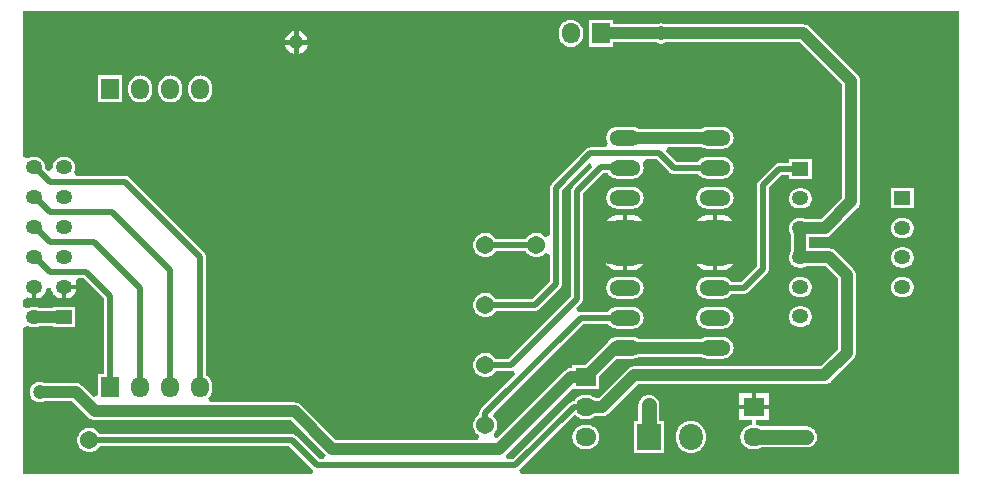
<source format=gbl>
G04*
G04 #@! TF.GenerationSoftware,Altium Limited,Altium Designer,22.11.1 (43)*
G04*
G04 Layer_Physical_Order=2*
G04 Layer_Color=16711680*
%FSLAX25Y25*%
%MOIN*%
G70*
G04*
G04 #@! TF.SameCoordinates,6D67B21A-DBE7-4323-B212-FBECE55DCE4B*
G04*
G04*
G04 #@! TF.FilePolarity,Positive*
G04*
G01*
G75*
%ADD35C,0.02000*%
%ADD36C,0.04000*%
%ADD38C,0.05000*%
%ADD39O,0.10400X0.05200*%
%ADD40O,0.05512X0.04724*%
%ADD41R,0.05512X0.04724*%
%ADD42C,0.04724*%
%ADD43O,0.07000X0.06000*%
%ADD44R,0.07000X0.06000*%
%ADD45O,0.07874X0.08661*%
%ADD46R,0.07874X0.08661*%
%ADD47O,0.06000X0.07000*%
%ADD48R,0.06000X0.07000*%
%ADD49C,0.06063*%
G36*
X28490Y60168D02*
Y35000D01*
X26500D01*
Y27877D01*
X25000Y27256D01*
X21128Y31128D01*
X20769Y31435D01*
X20366Y31681D01*
X19930Y31862D01*
X19471Y31972D01*
X19000Y32009D01*
X8512D01*
X8490Y32022D01*
X8083Y32191D01*
X7657Y32305D01*
X7220Y32362D01*
X6780D01*
X6343Y32305D01*
X5917Y32191D01*
X5510Y32022D01*
X5128Y31802D01*
X4778Y31533D01*
X4467Y31222D01*
X4198Y30872D01*
X3978Y30490D01*
X3809Y30083D01*
X3695Y29657D01*
X3638Y29220D01*
Y28780D01*
X3695Y28343D01*
X3809Y27917D01*
X3978Y27510D01*
X4198Y27128D01*
X4467Y26778D01*
X4778Y26467D01*
X5128Y26198D01*
X5510Y25978D01*
X5917Y25809D01*
X6343Y25695D01*
X6780Y25638D01*
X7220D01*
X7657Y25695D01*
X8083Y25809D01*
X8490Y25978D01*
X8512Y25991D01*
X17753D01*
X23372Y20372D01*
X23731Y20065D01*
X24134Y19819D01*
X24570Y19638D01*
X25029Y19528D01*
X25500Y19491D01*
X90754Y19491D01*
X102235Y8010D01*
X102166Y7478D01*
X101755Y6696D01*
X100272Y6570D01*
X92421Y14421D01*
X92116Y14671D01*
X91769Y14857D01*
X91392Y14971D01*
X91000Y15010D01*
X26995D01*
X26859Y15245D01*
X26537Y15664D01*
X26164Y16037D01*
X25745Y16359D01*
X25287Y16623D01*
X24799Y16826D01*
X24288Y16962D01*
X23764Y17031D01*
X23236D01*
X22712Y16962D01*
X22201Y16826D01*
X21713Y16623D01*
X21255Y16359D01*
X20836Y16037D01*
X20462Y15664D01*
X20141Y15245D01*
X19876Y14787D01*
X19674Y14299D01*
X19537Y13788D01*
X19468Y13264D01*
Y12736D01*
X19537Y12212D01*
X19674Y11701D01*
X19876Y11213D01*
X20141Y10755D01*
X20462Y10336D01*
X20836Y9962D01*
X21255Y9641D01*
X21713Y9376D01*
X22201Y9174D01*
X22712Y9037D01*
X23236Y8969D01*
X23764D01*
X24288Y9037D01*
X24799Y9174D01*
X25287Y9376D01*
X25745Y9641D01*
X26164Y9962D01*
X26537Y10336D01*
X26859Y10755D01*
X26995Y10990D01*
X90168D01*
X98079Y3079D01*
X98166Y3007D01*
X98063Y2231D01*
X97676Y1507D01*
X1507D01*
Y50251D01*
X1782Y50533D01*
X2553Y50905D01*
X3007Y51040D01*
X3317Y50887D01*
X3734Y50745D01*
X4166Y50659D01*
X4606Y50631D01*
X5394D01*
X5833Y50659D01*
X6266Y50745D01*
X6683Y50887D01*
X6893Y50991D01*
X11244D01*
Y50638D01*
X18756D01*
Y57362D01*
X11244D01*
Y57009D01*
X6893D01*
X6683Y57113D01*
X6266Y57255D01*
X5833Y57341D01*
X5394Y57369D01*
X4606D01*
X4166Y57341D01*
X3734Y57255D01*
X3317Y57113D01*
X3007Y56960D01*
X2553Y57095D01*
X1782Y57467D01*
X1507Y57749D01*
Y59622D01*
X2036Y60088D01*
X3007Y60482D01*
X3125Y60424D01*
X3604Y60261D01*
X4101Y60163D01*
X4250Y60153D01*
Y64000D01*
X5750D01*
Y60153D01*
X5899Y60163D01*
X6396Y60261D01*
X6875Y60424D01*
X7329Y60648D01*
X7750Y60929D01*
X8130Y61263D01*
X8464Y61644D01*
X8746Y62065D01*
X8970Y62519D01*
X9132Y62998D01*
X9231Y63495D01*
X9248Y63759D01*
X10752D01*
X10769Y63495D01*
X10868Y62998D01*
X11030Y62519D01*
X11254Y62065D01*
X11536Y61644D01*
X11869Y61263D01*
X12250Y60929D01*
X12671Y60648D01*
X13125Y60424D01*
X13604Y60261D01*
X14101Y60163D01*
X14250Y60153D01*
Y64000D01*
X15000D01*
Y64750D01*
X19182D01*
X19132Y65002D01*
X18970Y65481D01*
X18965Y65490D01*
X19490Y66650D01*
X19845Y66990D01*
X21668D01*
X28490Y60168D01*
D02*
G37*
G36*
X313493Y1507D02*
X167324D01*
X166937Y2231D01*
X166834Y3007D01*
X166921Y3079D01*
X185029Y21186D01*
X185666Y21166D01*
X186060Y20820D01*
X186496Y20528D01*
X186966Y20297D01*
X187462Y20128D01*
X187977Y20026D01*
X188500Y19991D01*
X189500D01*
X190023Y20026D01*
X190538Y20128D01*
X191034Y20297D01*
X191504Y20528D01*
X191940Y20820D01*
X192135Y20991D01*
X194500D01*
X194971Y21028D01*
X195430Y21138D01*
X195866Y21319D01*
X196269Y21565D01*
X196628Y21872D01*
X206246Y31491D01*
X268500D01*
X268971Y31528D01*
X269430Y31638D01*
X269866Y31819D01*
X270269Y32065D01*
X270628Y32372D01*
X278128Y39872D01*
X278435Y40231D01*
X278681Y40634D01*
X278862Y41070D01*
X278972Y41529D01*
X279009Y42000D01*
Y68000D01*
X278972Y68471D01*
X278862Y68930D01*
X278681Y69366D01*
X278435Y69769D01*
X278128Y70128D01*
X272299Y75957D01*
X271940Y76263D01*
X271537Y76510D01*
X271101Y76691D01*
X270642Y76801D01*
X270171Y76838D01*
X263509D01*
Y80662D01*
X268671D01*
X269142Y80699D01*
X269601Y80809D01*
X270037Y80990D01*
X270440Y81237D01*
X270799Y81543D01*
X279628Y90372D01*
X279935Y90731D01*
X280181Y91134D01*
X280362Y91570D01*
X280472Y92029D01*
X280509Y92500D01*
Y132500D01*
X280472Y132971D01*
X280362Y133430D01*
X280181Y133866D01*
X279935Y134269D01*
X279628Y134628D01*
X263628Y150628D01*
X263269Y150935D01*
X262866Y151181D01*
X262430Y151362D01*
X261971Y151472D01*
X261500Y151509D01*
X215512D01*
X215490Y151522D01*
X215083Y151691D01*
X214657Y151805D01*
X214220Y151862D01*
X213780D01*
X213343Y151805D01*
X212917Y151691D01*
X212510Y151522D01*
X212488Y151509D01*
X198000D01*
Y153000D01*
X190000D01*
Y144000D01*
X198000D01*
Y145491D01*
X212488D01*
X212510Y145478D01*
X212917Y145309D01*
X213343Y145195D01*
X213780Y145138D01*
X214220D01*
X214657Y145195D01*
X215083Y145309D01*
X215490Y145478D01*
X215512Y145491D01*
X260254D01*
X274491Y131254D01*
Y93747D01*
X267425Y86681D01*
X262393D01*
X262183Y86784D01*
X261766Y86926D01*
X261333Y87012D01*
X260894Y87041D01*
X260106D01*
X259666Y87012D01*
X259234Y86926D01*
X258817Y86784D01*
X258422Y86589D01*
X258055Y86344D01*
X257724Y86054D01*
X257433Y85722D01*
X257188Y85356D01*
X256993Y84961D01*
X256852Y84543D01*
X256766Y84111D01*
X256737Y83671D01*
X256766Y83232D01*
X256852Y82799D01*
X256993Y82382D01*
X257188Y81987D01*
X257433Y81620D01*
X257491Y81555D01*
Y75946D01*
X257433Y75880D01*
X257188Y75513D01*
X256993Y75118D01*
X256852Y74701D01*
X256766Y74269D01*
X256737Y73829D01*
X256766Y73389D01*
X256852Y72957D01*
X256993Y72539D01*
X257188Y72144D01*
X257433Y71778D01*
X257724Y71446D01*
X258055Y71156D01*
X258422Y70911D01*
X258817Y70716D01*
X259234Y70574D01*
X259666Y70488D01*
X260106Y70459D01*
X260894D01*
X261333Y70488D01*
X261766Y70574D01*
X262183Y70716D01*
X262393Y70819D01*
X268925D01*
X272991Y66754D01*
Y43246D01*
X267253Y37509D01*
X205000D01*
X204529Y37472D01*
X204070Y37362D01*
X203634Y37181D01*
X203231Y36935D01*
X202872Y36628D01*
X193254Y27009D01*
X192135D01*
X191940Y27180D01*
X191504Y27472D01*
X191034Y27703D01*
X190538Y27872D01*
X190023Y27974D01*
X189500Y28009D01*
X188500D01*
X187977Y27974D01*
X187462Y27872D01*
X186966Y27703D01*
X186496Y27472D01*
X186060Y27180D01*
X185666Y26834D01*
X185320Y26440D01*
X185032Y26010D01*
X185000D01*
X184608Y25971D01*
X184231Y25857D01*
X183884Y25671D01*
X183579Y25421D01*
X164668Y6510D01*
X162842D01*
X162334Y7478D01*
X162265Y8010D01*
X183368Y29112D01*
X184500Y30000D01*
Y30000D01*
X184500Y30000D01*
X193500D01*
Y34244D01*
X199398Y40142D01*
X199400Y40142D01*
X204600D01*
X205071Y40173D01*
X205534Y40265D01*
X205981Y40417D01*
X206404Y40626D01*
X206576Y40741D01*
X227424D01*
X227596Y40626D01*
X228019Y40417D01*
X228466Y40265D01*
X228929Y40173D01*
X229400Y40142D01*
X234600D01*
X235071Y40173D01*
X235534Y40265D01*
X235981Y40417D01*
X236404Y40626D01*
X236796Y40888D01*
X237151Y41199D01*
X237462Y41554D01*
X237724Y41946D01*
X237933Y42369D01*
X238085Y42816D01*
X238177Y43279D01*
X238208Y43750D01*
X238177Y44221D01*
X238085Y44684D01*
X237933Y45131D01*
X237724Y45554D01*
X237462Y45946D01*
X237151Y46301D01*
X236796Y46612D01*
X236404Y46874D01*
X235981Y47083D01*
X235534Y47235D01*
X235071Y47327D01*
X234600Y47358D01*
X229400D01*
X228929Y47327D01*
X228466Y47235D01*
X228019Y47083D01*
X227596Y46874D01*
X227424Y46759D01*
X206576D01*
X206404Y46874D01*
X205981Y47083D01*
X205534Y47235D01*
X205071Y47327D01*
X204600Y47358D01*
X199400D01*
X198929Y47327D01*
X198466Y47235D01*
X198019Y47083D01*
X197596Y46874D01*
X197204Y46612D01*
X196849Y46301D01*
X196538Y45946D01*
X196276Y45554D01*
X196254Y45509D01*
X188744Y38000D01*
X184500D01*
Y37009D01*
X184000D01*
X183529Y36972D01*
X183070Y36862D01*
X182634Y36681D01*
X182231Y36435D01*
X181872Y36128D01*
X159257Y13513D01*
X158818Y13574D01*
X158443Y14370D01*
X158354Y15152D01*
X158537Y15336D01*
X158859Y15755D01*
X159124Y16213D01*
X159326Y16701D01*
X159462Y17212D01*
X159531Y17736D01*
Y18264D01*
X159462Y18788D01*
X159326Y19299D01*
X159124Y19787D01*
X158859Y20245D01*
X158537Y20664D01*
X158164Y21037D01*
X158790Y22448D01*
X188082Y51740D01*
X196413D01*
X196538Y51554D01*
X196849Y51199D01*
X197204Y50888D01*
X197596Y50626D01*
X198019Y50417D01*
X198466Y50265D01*
X198929Y50173D01*
X199400Y50142D01*
X204600D01*
X205071Y50173D01*
X205534Y50265D01*
X205981Y50417D01*
X206404Y50626D01*
X206796Y50888D01*
X207151Y51199D01*
X207462Y51554D01*
X207724Y51946D01*
X207933Y52369D01*
X208085Y52816D01*
X208177Y53279D01*
X208208Y53750D01*
X208177Y54221D01*
X208085Y54684D01*
X207933Y55131D01*
X207724Y55554D01*
X207462Y55946D01*
X207151Y56301D01*
X206796Y56612D01*
X206404Y56874D01*
X205981Y57083D01*
X205534Y57235D01*
X205071Y57327D01*
X204600Y57358D01*
X199400D01*
X198929Y57327D01*
X198466Y57235D01*
X198019Y57083D01*
X197596Y56874D01*
X197204Y56612D01*
X196849Y56301D01*
X196538Y55946D01*
X196413Y55760D01*
X187250D01*
X186858Y55721D01*
X186481Y55607D01*
X185769Y56927D01*
X187421Y58579D01*
X187671Y58884D01*
X187857Y59231D01*
X187971Y59608D01*
X188010Y60000D01*
Y95168D01*
X194832Y101990D01*
X196254D01*
X196276Y101946D01*
X196538Y101554D01*
X196849Y101199D01*
X197204Y100888D01*
X197596Y100626D01*
X198019Y100417D01*
X198466Y100265D01*
X198929Y100173D01*
X199400Y100142D01*
X204600D01*
X205071Y100173D01*
X205534Y100265D01*
X205981Y100417D01*
X206404Y100626D01*
X206796Y100888D01*
X207151Y101199D01*
X207462Y101554D01*
X207724Y101946D01*
X207933Y102369D01*
X208085Y102816D01*
X208177Y103279D01*
X208208Y103750D01*
X208177Y104221D01*
X208085Y104684D01*
X207981Y104990D01*
X208083Y105377D01*
X208624Y106269D01*
X208903Y106490D01*
X212668D01*
X216829Y102329D01*
X217133Y102079D01*
X217481Y101893D01*
X217858Y101779D01*
X218250Y101740D01*
X226413D01*
X226538Y101554D01*
X226849Y101199D01*
X227204Y100888D01*
X227596Y100626D01*
X228019Y100417D01*
X228466Y100265D01*
X228929Y100173D01*
X229400Y100142D01*
X234600D01*
X235071Y100173D01*
X235534Y100265D01*
X235981Y100417D01*
X236404Y100626D01*
X236796Y100888D01*
X237151Y101199D01*
X237462Y101554D01*
X237724Y101946D01*
X237933Y102369D01*
X238085Y102816D01*
X238177Y103279D01*
X238208Y103750D01*
X238177Y104221D01*
X238085Y104684D01*
X237933Y105131D01*
X237724Y105554D01*
X237462Y105946D01*
X237151Y106301D01*
X236796Y106612D01*
X236404Y106874D01*
X235981Y107083D01*
X235534Y107235D01*
X235071Y107327D01*
X234600Y107358D01*
X229400D01*
X228929Y107327D01*
X228466Y107235D01*
X228019Y107083D01*
X227596Y106874D01*
X227204Y106612D01*
X226849Y106301D01*
X226538Y105946D01*
X226413Y105760D01*
X219082D01*
X215601Y109241D01*
X216223Y110741D01*
X227424D01*
X227596Y110626D01*
X228019Y110417D01*
X228466Y110265D01*
X228929Y110173D01*
X229400Y110142D01*
X234600D01*
X235071Y110173D01*
X235534Y110265D01*
X235981Y110417D01*
X236404Y110626D01*
X236796Y110888D01*
X237151Y111199D01*
X237462Y111554D01*
X237724Y111946D01*
X237933Y112369D01*
X238085Y112816D01*
X238177Y113279D01*
X238208Y113750D01*
X238177Y114221D01*
X238085Y114684D01*
X237933Y115131D01*
X237724Y115554D01*
X237462Y115946D01*
X237151Y116301D01*
X236796Y116612D01*
X236404Y116874D01*
X235981Y117083D01*
X235534Y117235D01*
X235071Y117327D01*
X234600Y117358D01*
X229400D01*
X228929Y117327D01*
X228466Y117235D01*
X228019Y117083D01*
X227596Y116874D01*
X227424Y116759D01*
X206576D01*
X206404Y116874D01*
X205981Y117083D01*
X205534Y117235D01*
X205071Y117327D01*
X204600Y117358D01*
X199400D01*
X198929Y117327D01*
X198466Y117235D01*
X198019Y117083D01*
X197596Y116874D01*
X197204Y116612D01*
X196849Y116301D01*
X196538Y115946D01*
X196276Y115554D01*
X196067Y115131D01*
X195915Y114684D01*
X195823Y114221D01*
X195792Y113750D01*
X195823Y113279D01*
X195915Y112816D01*
X196067Y112369D01*
X196276Y111946D01*
X195727Y110770D01*
X195458Y110510D01*
X190500D01*
X190500Y110510D01*
X190108Y110471D01*
X189731Y110357D01*
X189383Y110171D01*
X189079Y109921D01*
X177579Y98421D01*
X177329Y98116D01*
X177143Y97769D01*
X177029Y97392D01*
X176990Y97000D01*
Y81235D01*
X175679Y80720D01*
X175490Y80711D01*
X175164Y81037D01*
X174745Y81359D01*
X174287Y81624D01*
X173799Y81826D01*
X173288Y81963D01*
X172764Y82032D01*
X172236D01*
X171712Y81963D01*
X171201Y81826D01*
X170713Y81624D01*
X170255Y81359D01*
X169836Y81037D01*
X169463Y80664D01*
X169141Y80245D01*
X169005Y80010D01*
X158995D01*
X158859Y80245D01*
X158537Y80664D01*
X158164Y81037D01*
X157745Y81359D01*
X157287Y81624D01*
X156799Y81826D01*
X156288Y81963D01*
X155764Y82032D01*
X155236D01*
X154712Y81963D01*
X154201Y81826D01*
X153713Y81624D01*
X153255Y81359D01*
X152836Y81037D01*
X152462Y80664D01*
X152141Y80245D01*
X151876Y79787D01*
X151674Y79299D01*
X151538Y78788D01*
X151469Y78264D01*
Y77736D01*
X151538Y77212D01*
X151674Y76701D01*
X151876Y76213D01*
X152141Y75755D01*
X152462Y75336D01*
X152836Y74963D01*
X153255Y74641D01*
X153713Y74376D01*
X154201Y74174D01*
X154712Y74037D01*
X155236Y73968D01*
X155764D01*
X156288Y74037D01*
X156799Y74174D01*
X157287Y74376D01*
X157745Y74641D01*
X158164Y74963D01*
X158537Y75336D01*
X158859Y75755D01*
X158995Y75990D01*
X169005D01*
X169141Y75755D01*
X169463Y75336D01*
X169836Y74963D01*
X170255Y74641D01*
X170713Y74376D01*
X171201Y74174D01*
X171712Y74037D01*
X172236Y73968D01*
X172764D01*
X173288Y74037D01*
X173799Y74174D01*
X174287Y74376D01*
X174745Y74641D01*
X175164Y74963D01*
X175490Y75289D01*
X175679Y75280D01*
X176990Y74765D01*
Y65832D01*
X171168Y60010D01*
X158995D01*
X158859Y60245D01*
X158537Y60664D01*
X158164Y61037D01*
X157745Y61359D01*
X157287Y61624D01*
X156799Y61826D01*
X156288Y61962D01*
X155764Y62032D01*
X155236D01*
X154712Y61962D01*
X154201Y61826D01*
X153713Y61624D01*
X153255Y61359D01*
X152836Y61037D01*
X152462Y60664D01*
X152141Y60245D01*
X151876Y59787D01*
X151674Y59299D01*
X151538Y58788D01*
X151469Y58264D01*
Y57736D01*
X151538Y57212D01*
X151674Y56701D01*
X151876Y56213D01*
X152141Y55755D01*
X152462Y55336D01*
X152836Y54962D01*
X153255Y54641D01*
X153713Y54377D01*
X154201Y54174D01*
X154712Y54037D01*
X155236Y53969D01*
X155764D01*
X156288Y54037D01*
X156799Y54174D01*
X157287Y54377D01*
X157745Y54641D01*
X158164Y54962D01*
X158537Y55336D01*
X158859Y55755D01*
X158995Y55990D01*
X172000D01*
X172392Y56029D01*
X172769Y56143D01*
X173117Y56329D01*
X173421Y56579D01*
X180421Y63579D01*
X180421Y63579D01*
X180671Y63884D01*
X180857Y64231D01*
X180971Y64608D01*
X181010Y65000D01*
Y96168D01*
X190328Y105486D01*
X190490Y105453D01*
X190981Y103823D01*
X184579Y97421D01*
X184329Y97117D01*
X184143Y96769D01*
X184029Y96392D01*
X183990Y96000D01*
Y60832D01*
X163168Y40010D01*
X158995D01*
X158859Y40245D01*
X158537Y40664D01*
X158164Y41037D01*
X157745Y41359D01*
X157287Y41623D01*
X156799Y41826D01*
X156288Y41963D01*
X155764Y42031D01*
X155236D01*
X154712Y41963D01*
X154201Y41826D01*
X153713Y41623D01*
X153255Y41359D01*
X152836Y41037D01*
X152462Y40664D01*
X152141Y40245D01*
X151876Y39787D01*
X151674Y39299D01*
X151538Y38788D01*
X151469Y38264D01*
Y37736D01*
X151538Y37212D01*
X151674Y36701D01*
X151876Y36213D01*
X152141Y35755D01*
X152462Y35336D01*
X152836Y34962D01*
X153255Y34641D01*
X153713Y34376D01*
X154201Y34174D01*
X154712Y34038D01*
X155236Y33968D01*
X155764D01*
X156288Y34038D01*
X156799Y34174D01*
X157287Y34376D01*
X157745Y34641D01*
X158164Y34962D01*
X158537Y35336D01*
X158859Y35755D01*
X158995Y35990D01*
X164000D01*
X164392Y36029D01*
X164769Y36143D01*
X165481Y34823D01*
X154079Y23421D01*
X153829Y23117D01*
X153643Y22769D01*
X153529Y22392D01*
X153490Y22000D01*
Y21495D01*
X153255Y21359D01*
X152836Y21037D01*
X152462Y20664D01*
X152141Y20245D01*
X151876Y19787D01*
X151674Y19299D01*
X151538Y18788D01*
X151469Y18264D01*
Y17736D01*
X151538Y17212D01*
X151674Y16701D01*
X151876Y16213D01*
X152141Y15755D01*
X152462Y15336D01*
X152836Y14963D01*
X153255Y14641D01*
X153483Y14509D01*
X153482Y13844D01*
X153121Y13009D01*
X105746D01*
X94128Y24628D01*
X93769Y24935D01*
X93366Y25181D01*
X92930Y25362D01*
X92471Y25472D01*
X92000Y25509D01*
X63679D01*
X63280Y26216D01*
X63156Y27009D01*
X63335Y27165D01*
X63680Y27560D01*
X63972Y27996D01*
X64203Y28466D01*
X64372Y28962D01*
X64474Y29477D01*
X64509Y30000D01*
Y31000D01*
X64474Y31523D01*
X64372Y32037D01*
X64203Y32534D01*
X63972Y33004D01*
X63680Y33440D01*
X63335Y33834D01*
X62940Y34180D01*
X62510Y34468D01*
Y74000D01*
X62471Y74392D01*
X62357Y74769D01*
X62171Y75116D01*
X61921Y75421D01*
X61921Y75421D01*
X36921Y100421D01*
X36617Y100671D01*
X36269Y100857D01*
X35892Y100971D01*
X35500Y101010D01*
X19211D01*
X19093Y101107D01*
X18661Y101775D01*
X18408Y102510D01*
X18507Y102711D01*
X18648Y103128D01*
X18734Y103560D01*
X18763Y104000D01*
X18734Y104440D01*
X18648Y104872D01*
X18507Y105289D01*
X18312Y105685D01*
X18067Y106051D01*
X17776Y106383D01*
X17445Y106673D01*
X17078Y106918D01*
X16683Y107113D01*
X16266Y107255D01*
X15834Y107341D01*
X15394Y107369D01*
X14606D01*
X14166Y107341D01*
X13734Y107255D01*
X13317Y107113D01*
X12922Y106918D01*
X12555Y106673D01*
X12224Y106383D01*
X11933Y106051D01*
X11688Y105685D01*
X11493Y105289D01*
X11352Y104872D01*
X11266Y104440D01*
X11237Y104000D01*
X11266Y103560D01*
X10093Y102625D01*
X9957Y102570D01*
X9734Y102527D01*
X8729Y103536D01*
X8734Y103560D01*
X8763Y104000D01*
X8734Y104440D01*
X8648Y104872D01*
X8507Y105289D01*
X8312Y105685D01*
X8067Y106051D01*
X7776Y106383D01*
X7445Y106673D01*
X7078Y106918D01*
X6683Y107113D01*
X6266Y107255D01*
X5833Y107341D01*
X5394Y107369D01*
X4606D01*
X4166Y107341D01*
X3734Y107255D01*
X3317Y107113D01*
X3007Y106960D01*
X2553Y107096D01*
X1782Y107467D01*
X1507Y107749D01*
Y155993D01*
X313493D01*
Y1507D01*
D02*
G37*
%LPC*%
G36*
X19182Y63250D02*
X15750D01*
Y60153D01*
X15899Y60163D01*
X16396Y60261D01*
X16875Y60424D01*
X17329Y60648D01*
X17750Y60929D01*
X18131Y61263D01*
X18464Y61644D01*
X18746Y62065D01*
X18970Y62519D01*
X19132Y62998D01*
X19182Y63250D01*
D02*
G37*
G36*
X93250Y149297D02*
Y146250D01*
X96297D01*
X96296Y146255D01*
X96165Y146744D01*
X95971Y147212D01*
X95718Y147650D01*
X95410Y148052D01*
X95052Y148410D01*
X94650Y148718D01*
X94212Y148971D01*
X93744Y149165D01*
X93255Y149296D01*
X93250Y149297D01*
D02*
G37*
G36*
X91750D02*
X91745Y149296D01*
X91256Y149165D01*
X90788Y148971D01*
X90350Y148718D01*
X89948Y148410D01*
X89590Y148052D01*
X89282Y147650D01*
X89029Y147212D01*
X88835Y146744D01*
X88704Y146255D01*
X88703Y146250D01*
X91750D01*
Y149297D01*
D02*
G37*
G36*
X184000Y153009D02*
X183477Y152974D01*
X182963Y152872D01*
X182466Y152703D01*
X181996Y152471D01*
X181560Y152180D01*
X181166Y151834D01*
X180820Y151440D01*
X180528Y151004D01*
X180297Y150534D01*
X180128Y150038D01*
X180026Y149523D01*
X179991Y149000D01*
Y148000D01*
X180026Y147477D01*
X180128Y146962D01*
X180297Y146466D01*
X180528Y145996D01*
X180820Y145560D01*
X181166Y145166D01*
X181560Y144820D01*
X181996Y144528D01*
X182466Y144297D01*
X182963Y144128D01*
X183477Y144026D01*
X184000Y143991D01*
X184523Y144026D01*
X185038Y144128D01*
X185534Y144297D01*
X186004Y144528D01*
X186440Y144820D01*
X186835Y145166D01*
X187180Y145560D01*
X187471Y145996D01*
X187703Y146466D01*
X187872Y146962D01*
X187974Y147477D01*
X188009Y148000D01*
Y149000D01*
X187974Y149523D01*
X187872Y150038D01*
X187703Y150534D01*
X187471Y151004D01*
X187180Y151440D01*
X186835Y151834D01*
X186440Y152180D01*
X186004Y152471D01*
X185534Y152703D01*
X185038Y152872D01*
X184523Y152974D01*
X184000Y153009D01*
D02*
G37*
G36*
X96297Y144750D02*
X93250D01*
Y141703D01*
X93255Y141704D01*
X93744Y141835D01*
X94212Y142029D01*
X94650Y142282D01*
X95052Y142590D01*
X95410Y142948D01*
X95718Y143350D01*
X95971Y143788D01*
X96165Y144256D01*
X96296Y144745D01*
X96297Y144750D01*
D02*
G37*
G36*
X91750D02*
X88703D01*
X88704Y144745D01*
X88835Y144256D01*
X89029Y143788D01*
X89282Y143350D01*
X89590Y142948D01*
X89948Y142590D01*
X90350Y142282D01*
X90788Y142029D01*
X91256Y141835D01*
X91745Y141704D01*
X91750Y141703D01*
Y144750D01*
D02*
G37*
G36*
X34500Y134500D02*
X26500D01*
Y125500D01*
X34500D01*
Y134500D01*
D02*
G37*
G36*
X60500Y134509D02*
X59977Y134474D01*
X59462Y134372D01*
X58966Y134203D01*
X58496Y133972D01*
X58060Y133680D01*
X57665Y133335D01*
X57320Y132940D01*
X57029Y132504D01*
X56797Y132034D01*
X56628Y131537D01*
X56526Y131023D01*
X56491Y130500D01*
Y129500D01*
X56526Y128977D01*
X56628Y128463D01*
X56797Y127966D01*
X57029Y127496D01*
X57320Y127060D01*
X57665Y126665D01*
X58060Y126320D01*
X58496Y126029D01*
X58966Y125797D01*
X59462Y125628D01*
X59977Y125526D01*
X60500Y125491D01*
X61023Y125526D01*
X61537Y125628D01*
X62034Y125797D01*
X62504Y126029D01*
X62940Y126320D01*
X63335Y126665D01*
X63680Y127060D01*
X63972Y127496D01*
X64203Y127966D01*
X64372Y128463D01*
X64474Y128977D01*
X64509Y129500D01*
Y130500D01*
X64474Y131023D01*
X64372Y131537D01*
X64203Y132034D01*
X63972Y132504D01*
X63680Y132940D01*
X63335Y133335D01*
X62940Y133680D01*
X62504Y133972D01*
X62034Y134203D01*
X61537Y134372D01*
X61023Y134474D01*
X60500Y134509D01*
D02*
G37*
G36*
X50500D02*
X49977Y134474D01*
X49463Y134372D01*
X48966Y134203D01*
X48496Y133972D01*
X48060Y133680D01*
X47666Y133335D01*
X47320Y132940D01*
X47028Y132504D01*
X46797Y132034D01*
X46628Y131537D01*
X46526Y131023D01*
X46491Y130500D01*
Y129500D01*
X46526Y128977D01*
X46628Y128463D01*
X46797Y127966D01*
X47028Y127496D01*
X47320Y127060D01*
X47666Y126665D01*
X48060Y126320D01*
X48496Y126029D01*
X48966Y125797D01*
X49463Y125628D01*
X49977Y125526D01*
X50500Y125491D01*
X51023Y125526D01*
X51538Y125628D01*
X52034Y125797D01*
X52504Y126029D01*
X52940Y126320D01*
X53334Y126665D01*
X53680Y127060D01*
X53971Y127496D01*
X54203Y127966D01*
X54372Y128463D01*
X54474Y128977D01*
X54509Y129500D01*
Y130500D01*
X54474Y131023D01*
X54372Y131537D01*
X54203Y132034D01*
X53971Y132504D01*
X53680Y132940D01*
X53334Y133335D01*
X52940Y133680D01*
X52504Y133972D01*
X52034Y134203D01*
X51538Y134372D01*
X51023Y134474D01*
X50500Y134509D01*
D02*
G37*
G36*
X40500D02*
X39977Y134474D01*
X39463Y134372D01*
X38966Y134203D01*
X38496Y133972D01*
X38060Y133680D01*
X37666Y133335D01*
X37320Y132940D01*
X37029Y132504D01*
X36797Y132034D01*
X36628Y131537D01*
X36526Y131023D01*
X36491Y130500D01*
Y129500D01*
X36526Y128977D01*
X36628Y128463D01*
X36797Y127966D01*
X37029Y127496D01*
X37320Y127060D01*
X37666Y126665D01*
X38060Y126320D01*
X38496Y126029D01*
X38966Y125797D01*
X39463Y125628D01*
X39977Y125526D01*
X40500Y125491D01*
X41023Y125526D01*
X41537Y125628D01*
X42034Y125797D01*
X42504Y126029D01*
X42940Y126320D01*
X43334Y126665D01*
X43680Y127060D01*
X43971Y127496D01*
X44203Y127966D01*
X44372Y128463D01*
X44474Y128977D01*
X44509Y129500D01*
Y130500D01*
X44474Y131023D01*
X44372Y131537D01*
X44203Y132034D01*
X43971Y132504D01*
X43680Y132940D01*
X43334Y133335D01*
X42940Y133680D01*
X42504Y133972D01*
X42034Y134203D01*
X41537Y134372D01*
X41023Y134474D01*
X40500Y134509D01*
D02*
G37*
G36*
X264256Y106719D02*
X256744D01*
Y105366D01*
X253356D01*
X252964Y105327D01*
X252587Y105213D01*
X252240Y105027D01*
X251935Y104777D01*
X246579Y99421D01*
X246329Y99116D01*
X246143Y98769D01*
X246029Y98392D01*
X245990Y98000D01*
Y70832D01*
X240918Y65760D01*
X237587D01*
X237462Y65946D01*
X237151Y66301D01*
X236796Y66612D01*
X236404Y66874D01*
X235981Y67083D01*
X235534Y67235D01*
X235071Y67327D01*
X234600Y67358D01*
X229400D01*
X228929Y67327D01*
X228466Y67235D01*
X228019Y67083D01*
X227596Y66874D01*
X227204Y66612D01*
X226849Y66301D01*
X226538Y65946D01*
X226276Y65554D01*
X226067Y65131D01*
X225915Y64684D01*
X225823Y64221D01*
X225792Y63750D01*
X225823Y63279D01*
X225915Y62816D01*
X226067Y62369D01*
X226276Y61946D01*
X226538Y61554D01*
X226849Y61199D01*
X227204Y60888D01*
X227596Y60626D01*
X228019Y60417D01*
X228466Y60265D01*
X228929Y60173D01*
X229400Y60142D01*
X234600D01*
X235071Y60173D01*
X235534Y60265D01*
X235981Y60417D01*
X236404Y60626D01*
X236796Y60888D01*
X237151Y61199D01*
X237462Y61554D01*
X237587Y61740D01*
X241750D01*
X242142Y61779D01*
X242519Y61893D01*
X242866Y62079D01*
X243171Y62329D01*
X249421Y68579D01*
X249421Y68579D01*
X249671Y68884D01*
X249857Y69231D01*
X249971Y69608D01*
X250010Y70000D01*
Y97168D01*
X254189Y101347D01*
X256744D01*
Y99994D01*
X264256D01*
Y106719D01*
D02*
G37*
G36*
X298256Y96876D02*
X290744D01*
Y90152D01*
X298256D01*
Y96876D01*
D02*
G37*
G36*
X260894Y96883D02*
X260106D01*
X259666Y96854D01*
X259234Y96768D01*
X258817Y96627D01*
X258422Y96432D01*
X258055Y96187D01*
X257724Y95896D01*
X257433Y95565D01*
X257188Y95199D01*
X256993Y94803D01*
X256852Y94386D01*
X256766Y93954D01*
X256737Y93514D01*
X256766Y93074D01*
X256852Y92642D01*
X256993Y92224D01*
X257188Y91829D01*
X257433Y91463D01*
X257724Y91131D01*
X258055Y90841D01*
X258422Y90596D01*
X258817Y90401D01*
X259234Y90259D01*
X259666Y90173D01*
X260106Y90144D01*
X260894D01*
X261333Y90173D01*
X261766Y90259D01*
X262183Y90401D01*
X262578Y90596D01*
X262945Y90841D01*
X263276Y91131D01*
X263567Y91463D01*
X263812Y91829D01*
X264007Y92224D01*
X264148Y92642D01*
X264234Y93074D01*
X264263Y93514D01*
X264234Y93954D01*
X264148Y94386D01*
X264007Y94803D01*
X263812Y95199D01*
X263567Y95565D01*
X263276Y95896D01*
X262945Y96187D01*
X262578Y96432D01*
X262183Y96627D01*
X261766Y96768D01*
X261333Y96854D01*
X260894Y96883D01*
D02*
G37*
G36*
X234600Y97358D02*
X229400D01*
X228929Y97327D01*
X228466Y97235D01*
X228019Y97083D01*
X227596Y96874D01*
X227204Y96612D01*
X226849Y96301D01*
X226538Y95946D01*
X226276Y95554D01*
X226067Y95131D01*
X225915Y94684D01*
X225823Y94221D01*
X225792Y93750D01*
X225823Y93279D01*
X225915Y92816D01*
X226067Y92369D01*
X226276Y91946D01*
X226538Y91554D01*
X226849Y91199D01*
X227204Y90888D01*
X227596Y90626D01*
X228019Y90417D01*
X228466Y90265D01*
X228929Y90173D01*
X229400Y90142D01*
X234600D01*
X235071Y90173D01*
X235534Y90265D01*
X235981Y90417D01*
X236404Y90626D01*
X236796Y90888D01*
X237151Y91199D01*
X237462Y91554D01*
X237724Y91946D01*
X237933Y92369D01*
X238085Y92816D01*
X238177Y93279D01*
X238208Y93750D01*
X238177Y94221D01*
X238085Y94684D01*
X237933Y95131D01*
X237724Y95554D01*
X237462Y95946D01*
X237151Y96301D01*
X236796Y96612D01*
X236404Y96874D01*
X235981Y97083D01*
X235534Y97235D01*
X235071Y97327D01*
X234600Y97358D01*
D02*
G37*
G36*
X204600D02*
X199400D01*
X198929Y97327D01*
X198466Y97235D01*
X198019Y97083D01*
X197596Y96874D01*
X197204Y96612D01*
X196849Y96301D01*
X196538Y95946D01*
X196276Y95554D01*
X196067Y95131D01*
X195915Y94684D01*
X195823Y94221D01*
X195792Y93750D01*
X195823Y93279D01*
X195915Y92816D01*
X196067Y92369D01*
X196276Y91946D01*
X196538Y91554D01*
X196849Y91199D01*
X197204Y90888D01*
X197596Y90626D01*
X198019Y90417D01*
X198466Y90265D01*
X198929Y90173D01*
X199400Y90142D01*
X204600D01*
X205071Y90173D01*
X205534Y90265D01*
X205981Y90417D01*
X206404Y90626D01*
X206796Y90888D01*
X207151Y91199D01*
X207462Y91554D01*
X207724Y91946D01*
X207933Y92369D01*
X208085Y92816D01*
X208177Y93279D01*
X208208Y93750D01*
X208177Y94221D01*
X208085Y94684D01*
X207933Y95131D01*
X207724Y95554D01*
X207462Y95946D01*
X207151Y96301D01*
X206796Y96612D01*
X206404Y96874D01*
X205981Y97083D01*
X205534Y97235D01*
X205071Y97327D01*
X204600Y97358D01*
D02*
G37*
G36*
X231250Y87859D02*
X229400D01*
X228864Y87824D01*
X228337Y87719D01*
X227828Y87546D01*
X227346Y87308D01*
X226899Y87010D01*
X226495Y86655D01*
X226140Y86251D01*
X225972Y86000D01*
X231250D01*
Y87859D01*
D02*
G37*
G36*
X204600D02*
X202750D01*
Y86000D01*
X208028D01*
X207860Y86251D01*
X207505Y86655D01*
X207101Y87010D01*
X206654Y87308D01*
X206172Y87546D01*
X205663Y87719D01*
X205136Y87824D01*
X204600Y87859D01*
D02*
G37*
G36*
X201250D02*
X199400D01*
X198864Y87824D01*
X198337Y87719D01*
X197828Y87546D01*
X197346Y87308D01*
X196899Y87010D01*
X196495Y86655D01*
X196140Y86251D01*
X195917Y85917D01*
X196000Y86000D01*
X201250D01*
Y87859D01*
D02*
G37*
G36*
X234600D02*
X232750D01*
Y86000D01*
X238000D01*
X238083Y85917D01*
X237860Y86251D01*
X237505Y86655D01*
X237101Y87010D01*
X236654Y87308D01*
X236172Y87546D01*
X235663Y87719D01*
X235136Y87824D01*
X234600Y87859D01*
D02*
G37*
G36*
X294894Y87041D02*
X294106D01*
X293667Y87012D01*
X293234Y86926D01*
X292817Y86784D01*
X292422Y86589D01*
X292055Y86344D01*
X291724Y86054D01*
X291433Y85722D01*
X291188Y85356D01*
X290993Y84961D01*
X290852Y84543D01*
X290766Y84111D01*
X290737Y83671D01*
X290766Y83232D01*
X290852Y82799D01*
X290993Y82382D01*
X291188Y81987D01*
X291433Y81620D01*
X291724Y81289D01*
X292055Y80998D01*
X292422Y80753D01*
X292817Y80558D01*
X293234Y80417D01*
X293667Y80331D01*
X294106Y80302D01*
X294894D01*
X295334Y80331D01*
X295766Y80417D01*
X296183Y80558D01*
X296578Y80753D01*
X296945Y80998D01*
X297276Y81289D01*
X297567Y81620D01*
X297812Y81987D01*
X298007Y82382D01*
X298148Y82799D01*
X298234Y83232D01*
X298263Y83671D01*
X298234Y84111D01*
X298148Y84543D01*
X298007Y84961D01*
X297812Y85356D01*
X297567Y85722D01*
X297276Y86054D01*
X296945Y86344D01*
X296578Y86589D01*
X296183Y86784D01*
X295766Y86926D01*
X295334Y87012D01*
X294894Y87041D01*
D02*
G37*
G36*
Y77198D02*
X294106D01*
X293667Y77169D01*
X293234Y77083D01*
X292817Y76942D01*
X292422Y76747D01*
X292055Y76502D01*
X291724Y76211D01*
X291433Y75880D01*
X291188Y75513D01*
X290993Y75118D01*
X290852Y74701D01*
X290766Y74269D01*
X290737Y73829D01*
X290766Y73389D01*
X290852Y72957D01*
X290993Y72539D01*
X291188Y72144D01*
X291433Y71778D01*
X291724Y71446D01*
X292055Y71156D01*
X292422Y70911D01*
X292817Y70716D01*
X293234Y70574D01*
X293667Y70488D01*
X294106Y70459D01*
X294894D01*
X295334Y70488D01*
X295766Y70574D01*
X296183Y70716D01*
X296578Y70911D01*
X296945Y71156D01*
X297276Y71446D01*
X297567Y71778D01*
X297812Y72144D01*
X298007Y72539D01*
X298148Y72957D01*
X298234Y73389D01*
X298263Y73829D01*
X298234Y74269D01*
X298148Y74701D01*
X298007Y75118D01*
X297812Y75513D01*
X297567Y75880D01*
X297276Y76211D01*
X296945Y76502D01*
X296578Y76747D01*
X296183Y76942D01*
X295766Y77083D01*
X295334Y77169D01*
X294894Y77198D01*
D02*
G37*
G36*
X238028Y71500D02*
X232750D01*
Y69641D01*
X234600D01*
X235136Y69676D01*
X235663Y69781D01*
X236172Y69954D01*
X236654Y70192D01*
X237101Y70490D01*
X237505Y70845D01*
X237860Y71249D01*
X238028Y71500D01*
D02*
G37*
G36*
X231250D02*
X225972D01*
X226140Y71249D01*
X226495Y70845D01*
X226899Y70490D01*
X227346Y70192D01*
X227828Y69954D01*
X228337Y69781D01*
X228864Y69676D01*
X229400Y69641D01*
X231250D01*
Y71500D01*
D02*
G37*
G36*
X208028D02*
X202750D01*
Y69641D01*
X204600D01*
X205136Y69676D01*
X205663Y69781D01*
X206172Y69954D01*
X206654Y70192D01*
X207101Y70490D01*
X207505Y70845D01*
X207860Y71249D01*
X208028Y71500D01*
D02*
G37*
G36*
X195492Y72508D02*
X195604Y72178D01*
X195842Y71696D01*
X196140Y71249D01*
X196495Y70845D01*
X196899Y70490D01*
X197346Y70192D01*
X197828Y69954D01*
X198337Y69781D01*
X198864Y69676D01*
X199400Y69641D01*
X201250D01*
Y71500D01*
X196500D01*
X195492Y72508D01*
D02*
G37*
G36*
X294894Y67356D02*
X294106D01*
X293667Y67327D01*
X293234Y67241D01*
X292817Y67099D01*
X292422Y66904D01*
X292055Y66659D01*
X291724Y66369D01*
X291433Y66037D01*
X291188Y65671D01*
X290993Y65276D01*
X290852Y64858D01*
X290766Y64426D01*
X290737Y63986D01*
X290766Y63546D01*
X290852Y63114D01*
X290993Y62697D01*
X291188Y62301D01*
X291433Y61935D01*
X291724Y61604D01*
X292055Y61313D01*
X292422Y61068D01*
X292817Y60873D01*
X293234Y60732D01*
X293667Y60646D01*
X294106Y60617D01*
X294894D01*
X295334Y60646D01*
X295766Y60732D01*
X296183Y60873D01*
X296578Y61068D01*
X296945Y61313D01*
X297276Y61604D01*
X297567Y61935D01*
X297812Y62301D01*
X298007Y62697D01*
X298148Y63114D01*
X298234Y63546D01*
X298263Y63986D01*
X298234Y64426D01*
X298148Y64858D01*
X298007Y65276D01*
X297812Y65671D01*
X297567Y66037D01*
X297276Y66369D01*
X296945Y66659D01*
X296578Y66904D01*
X296183Y67099D01*
X295766Y67241D01*
X295334Y67327D01*
X294894Y67356D01*
D02*
G37*
G36*
X260894D02*
X260106D01*
X259666Y67327D01*
X259234Y67241D01*
X258817Y67099D01*
X258422Y66904D01*
X258055Y66659D01*
X257724Y66369D01*
X257433Y66037D01*
X257188Y65671D01*
X256993Y65276D01*
X256852Y64858D01*
X256766Y64426D01*
X256737Y63986D01*
X256766Y63546D01*
X256852Y63114D01*
X256993Y62697D01*
X257188Y62301D01*
X257433Y61935D01*
X257724Y61604D01*
X258055Y61313D01*
X258422Y61068D01*
X258817Y60873D01*
X259234Y60732D01*
X259666Y60646D01*
X260106Y60617D01*
X260894D01*
X261333Y60646D01*
X261766Y60732D01*
X262183Y60873D01*
X262578Y61068D01*
X262945Y61313D01*
X263276Y61604D01*
X263567Y61935D01*
X263812Y62301D01*
X264007Y62697D01*
X264148Y63114D01*
X264234Y63546D01*
X264263Y63986D01*
X264234Y64426D01*
X264148Y64858D01*
X264007Y65276D01*
X263812Y65671D01*
X263567Y66037D01*
X263276Y66369D01*
X262945Y66659D01*
X262578Y66904D01*
X262183Y67099D01*
X261766Y67241D01*
X261333Y67327D01*
X260894Y67356D01*
D02*
G37*
G36*
X204600Y67358D02*
X199400D01*
X198929Y67327D01*
X198466Y67235D01*
X198019Y67083D01*
X197596Y66874D01*
X197204Y66612D01*
X196849Y66301D01*
X196538Y65946D01*
X196276Y65554D01*
X196067Y65131D01*
X195915Y64684D01*
X195823Y64221D01*
X195792Y63750D01*
X195823Y63279D01*
X195915Y62816D01*
X196067Y62369D01*
X196276Y61946D01*
X196538Y61554D01*
X196849Y61199D01*
X197204Y60888D01*
X197596Y60626D01*
X198019Y60417D01*
X198466Y60265D01*
X198929Y60173D01*
X199400Y60142D01*
X204600D01*
X205071Y60173D01*
X205534Y60265D01*
X205981Y60417D01*
X206404Y60626D01*
X206796Y60888D01*
X207151Y61199D01*
X207462Y61554D01*
X207724Y61946D01*
X207933Y62369D01*
X208085Y62816D01*
X208177Y63279D01*
X208208Y63750D01*
X208177Y64221D01*
X208085Y64684D01*
X207933Y65131D01*
X207724Y65554D01*
X207462Y65946D01*
X207151Y66301D01*
X206796Y66612D01*
X206404Y66874D01*
X205981Y67083D01*
X205534Y67235D01*
X205071Y67327D01*
X204600Y67358D01*
D02*
G37*
G36*
X260894Y57513D02*
X260106D01*
X259666Y57484D01*
X259234Y57398D01*
X258817Y57257D01*
X258422Y57062D01*
X258055Y56817D01*
X257724Y56526D01*
X257433Y56195D01*
X257188Y55828D01*
X256993Y55433D01*
X256852Y55016D01*
X256766Y54584D01*
X256737Y54144D01*
X256766Y53704D01*
X256852Y53272D01*
X256993Y52854D01*
X257188Y52459D01*
X257433Y52092D01*
X257724Y51761D01*
X258055Y51471D01*
X258422Y51226D01*
X258817Y51031D01*
X259234Y50889D01*
X259666Y50803D01*
X260106Y50774D01*
X260894D01*
X261333Y50803D01*
X261766Y50889D01*
X262183Y51031D01*
X262578Y51226D01*
X262945Y51471D01*
X263276Y51761D01*
X263567Y52092D01*
X263812Y52459D01*
X264007Y52854D01*
X264148Y53272D01*
X264234Y53704D01*
X264263Y54144D01*
X264234Y54584D01*
X264148Y55016D01*
X264007Y55433D01*
X263812Y55828D01*
X263567Y56195D01*
X263276Y56526D01*
X262945Y56817D01*
X262578Y57062D01*
X262183Y57257D01*
X261766Y57398D01*
X261333Y57484D01*
X260894Y57513D01*
D02*
G37*
G36*
X234600Y57358D02*
X229400D01*
X228929Y57327D01*
X228466Y57235D01*
X228019Y57083D01*
X227596Y56874D01*
X227204Y56612D01*
X226849Y56301D01*
X226538Y55946D01*
X226276Y55554D01*
X226067Y55131D01*
X225915Y54684D01*
X225823Y54221D01*
X225792Y53750D01*
X225823Y53279D01*
X225915Y52816D01*
X226067Y52369D01*
X226276Y51946D01*
X226538Y51554D01*
X226849Y51199D01*
X227204Y50888D01*
X227596Y50626D01*
X228019Y50417D01*
X228466Y50265D01*
X228929Y50173D01*
X229400Y50142D01*
X234600D01*
X235071Y50173D01*
X235534Y50265D01*
X235981Y50417D01*
X236404Y50626D01*
X236796Y50888D01*
X237151Y51199D01*
X237462Y51554D01*
X237724Y51946D01*
X237933Y52369D01*
X238085Y52816D01*
X238177Y53279D01*
X238208Y53750D01*
X238177Y54221D01*
X238085Y54684D01*
X237933Y55131D01*
X237724Y55554D01*
X237462Y55946D01*
X237151Y56301D01*
X236796Y56612D01*
X236404Y56874D01*
X235981Y57083D01*
X235534Y57235D01*
X235071Y57327D01*
X234600Y57358D01*
D02*
G37*
G36*
X250000Y28500D02*
X245750D01*
Y24750D01*
X250000D01*
Y28500D01*
D02*
G37*
G36*
X244250D02*
X240000D01*
Y24750D01*
X244250D01*
Y28500D01*
D02*
G37*
G36*
X250000Y23250D02*
X245000D01*
X240000D01*
Y19500D01*
X244320D01*
X244369Y18000D01*
X243977Y17974D01*
X243462Y17872D01*
X242966Y17704D01*
X242496Y17471D01*
X242060Y17180D01*
X241666Y16835D01*
X241320Y16440D01*
X241028Y16004D01*
X240796Y15534D01*
X240628Y15037D01*
X240526Y14523D01*
X240491Y14000D01*
X240526Y13477D01*
X240628Y12962D01*
X240796Y12466D01*
X241028Y11996D01*
X241320Y11560D01*
X241666Y11165D01*
X242060Y10820D01*
X242496Y10528D01*
X242966Y10297D01*
X243462Y10128D01*
X243977Y10026D01*
X244500Y9991D01*
X245500D01*
X246023Y10026D01*
X246537Y10128D01*
X247034Y10297D01*
X247431Y10492D01*
X262500D01*
X262958Y10522D01*
X263408Y10612D01*
X263842Y10759D01*
X264254Y10962D01*
X264635Y11217D01*
X264980Y11520D01*
X265283Y11865D01*
X265538Y12246D01*
X265740Y12658D01*
X265888Y13092D01*
X265978Y13542D01*
X266007Y14000D01*
X265978Y14458D01*
X265888Y14908D01*
X265740Y15342D01*
X265538Y15754D01*
X265283Y16135D01*
X264980Y16480D01*
X264635Y16783D01*
X264254Y17038D01*
X263842Y17241D01*
X263408Y17388D01*
X262958Y17478D01*
X262500Y17507D01*
X247431D01*
X247034Y17704D01*
X246537Y17872D01*
X246023Y17974D01*
X245631Y18000D01*
X245680Y19500D01*
X250000D01*
Y23250D01*
D02*
G37*
G36*
X189500Y18009D02*
X188500D01*
X187977Y17974D01*
X187462Y17872D01*
X186966Y17704D01*
X186496Y17471D01*
X186060Y17180D01*
X185666Y16835D01*
X185320Y16440D01*
X185029Y16004D01*
X184797Y15534D01*
X184628Y15037D01*
X184526Y14523D01*
X184491Y14000D01*
X184526Y13477D01*
X184628Y12962D01*
X184797Y12466D01*
X185029Y11996D01*
X185320Y11560D01*
X185666Y11165D01*
X186060Y10820D01*
X186496Y10528D01*
X186966Y10297D01*
X187462Y10128D01*
X187977Y10026D01*
X188500Y9991D01*
X189500D01*
X190023Y10026D01*
X190538Y10128D01*
X191034Y10297D01*
X191504Y10528D01*
X191940Y10820D01*
X192334Y11165D01*
X192680Y11560D01*
X192972Y11996D01*
X193203Y12466D01*
X193372Y12962D01*
X193474Y13477D01*
X193509Y14000D01*
X193474Y14523D01*
X193372Y15037D01*
X193203Y15534D01*
X192972Y16004D01*
X192680Y16440D01*
X192334Y16835D01*
X191940Y17180D01*
X191504Y17471D01*
X191034Y17704D01*
X190538Y17872D01*
X190023Y17974D01*
X189500Y18009D01*
D02*
G37*
G36*
X210000Y28008D02*
X209542Y27977D01*
X209092Y27888D01*
X208658Y27740D01*
X208246Y27538D01*
X207865Y27283D01*
X207520Y26980D01*
X207217Y26635D01*
X206962Y26254D01*
X206760Y25842D01*
X206612Y25408D01*
X206522Y24958D01*
X206492Y24500D01*
Y19331D01*
X205063D01*
Y8669D01*
X214937D01*
Y19331D01*
X213508D01*
Y24500D01*
X213477Y24958D01*
X213388Y25408D01*
X213241Y25842D01*
X213038Y26254D01*
X212783Y26635D01*
X212480Y26980D01*
X212135Y27283D01*
X211754Y27538D01*
X211342Y27740D01*
X210908Y27888D01*
X210458Y27977D01*
X210000Y28008D01*
D02*
G37*
G36*
X224000Y19339D02*
X223446Y19307D01*
X222900Y19215D01*
X222367Y19061D01*
X221854Y18849D01*
X221369Y18581D01*
X220917Y18260D01*
X220503Y17890D01*
X220134Y17477D01*
X219813Y17025D01*
X219545Y16539D01*
X219333Y16027D01*
X219179Y15494D01*
X219086Y14947D01*
X219055Y14394D01*
Y13606D01*
X219086Y13053D01*
X219179Y12506D01*
X219333Y11973D01*
X219545Y11461D01*
X219813Y10976D01*
X220134Y10523D01*
X220503Y10110D01*
X220917Y9740D01*
X221369Y9419D01*
X221854Y9151D01*
X222367Y8939D01*
X222900Y8785D01*
X223446Y8693D01*
X224000Y8662D01*
X224554Y8693D01*
X225100Y8785D01*
X225633Y8939D01*
X226146Y9151D01*
X226631Y9419D01*
X227083Y9740D01*
X227497Y10110D01*
X227866Y10523D01*
X228187Y10976D01*
X228455Y11461D01*
X228667Y11973D01*
X228821Y12506D01*
X228914Y13053D01*
X228945Y13606D01*
Y14394D01*
X228914Y14947D01*
X228821Y15494D01*
X228667Y16027D01*
X228455Y16539D01*
X228187Y17025D01*
X227866Y17477D01*
X227497Y17890D01*
X227083Y18260D01*
X226631Y18581D01*
X226146Y18849D01*
X225633Y19061D01*
X225100Y19215D01*
X224554Y19307D01*
X224000Y19339D01*
D02*
G37*
%LPD*%
D35*
X99500Y4500D02*
X165500D01*
X91000Y13000D02*
X99500Y4500D01*
X165500D02*
X185000Y24000D01*
X23500Y13000D02*
X91000D01*
X185000Y24000D02*
X189000D01*
X187250Y53750D02*
X202000D01*
X155500Y22000D02*
X187250Y53750D01*
X155500Y18000D02*
Y22000D01*
X213500Y108500D02*
X218250Y103750D01*
X232000D01*
X190500Y108500D02*
X213500D01*
X253356Y103356D02*
X260500D01*
X248000Y98000D02*
X253356Y103356D01*
X179000Y97000D02*
X190500Y108500D01*
X155500Y78000D02*
X172500D01*
X172000Y58000D02*
X179000Y65000D01*
Y97000D01*
X186000Y60000D02*
Y96000D01*
X164000Y38000D02*
X186000Y60000D01*
Y96000D02*
X194000Y104000D01*
X155500Y58000D02*
X172000D01*
X155500Y38000D02*
X164000D01*
X194000Y104000D02*
X201750D01*
X202000Y103750D01*
X248000Y70000D02*
Y98000D01*
X241750Y63750D02*
X248000Y70000D01*
X232000Y63750D02*
X241750D01*
X60500Y30500D02*
Y74000D01*
X50500Y30500D02*
Y69500D01*
X40500Y30500D02*
Y63500D01*
X30500Y30500D02*
Y61000D01*
X10394Y99000D02*
X35500D01*
X60500Y74000D01*
X5000Y104000D02*
X5394D01*
X10394Y99000D01*
X31000Y89000D02*
X50500Y69500D01*
X10394Y89000D02*
X31000D01*
X5000Y94000D02*
X5394D01*
X10394Y89000D01*
Y79000D02*
X25000D01*
X40500Y63500D01*
X5000Y84000D02*
X5394D01*
X10394Y79000D01*
Y69000D02*
X22500D01*
X30500Y61000D01*
X5394Y74000D02*
X10394Y69000D01*
X5000Y74000D02*
X5394D01*
D36*
X160000Y10000D02*
X184000Y34000D01*
X92000Y22500D02*
X104500Y10000D01*
X160000D01*
X7000Y29000D02*
X19000D01*
X25500Y22500D01*
X92000Y22500D01*
X184000Y34000D02*
X189000D01*
X202000Y113750D02*
X232000D01*
X202000Y43750D02*
X232000D01*
X198750D02*
X202000D01*
X189000Y34000D02*
X198750Y43750D01*
X205000Y34500D02*
X268500D01*
X194500Y24000D02*
X205000Y34500D01*
X189000Y24000D02*
X194500D01*
X268500Y34500D02*
X276000Y42000D01*
Y68000D01*
X270171Y73829D02*
X276000Y68000D01*
X260500Y73829D02*
X270171D01*
X194000Y148500D02*
X261500D01*
X277500Y132500D01*
Y92500D02*
Y132500D01*
X268671Y83671D02*
X277500Y92500D01*
X260500Y83671D02*
X268671D01*
X260500Y73829D02*
Y83671D01*
X5000Y54000D02*
X15000D01*
D38*
X245000Y14000D02*
X262500D01*
X210000D02*
Y24500D01*
D39*
X202000Y43750D02*
D03*
Y53750D02*
D03*
Y63750D02*
D03*
Y73750D02*
D03*
Y83750D02*
D03*
Y93750D02*
D03*
Y103750D02*
D03*
Y113750D02*
D03*
X232000Y83750D02*
D03*
Y93750D02*
D03*
Y73750D02*
D03*
Y63750D02*
D03*
Y113750D02*
D03*
Y103750D02*
D03*
Y53750D02*
D03*
Y43750D02*
D03*
D40*
X294500Y63986D02*
D03*
Y73829D02*
D03*
Y83671D02*
D03*
X260500Y73829D02*
D03*
Y83671D02*
D03*
Y63986D02*
D03*
Y54144D02*
D03*
Y93514D02*
D03*
X5000Y54000D02*
D03*
X15000Y64000D02*
D03*
Y74000D02*
D03*
Y84000D02*
D03*
Y94000D02*
D03*
Y104000D02*
D03*
X5000Y64000D02*
D03*
Y74000D02*
D03*
Y84000D02*
D03*
Y94000D02*
D03*
Y104000D02*
D03*
D41*
X294500Y93514D02*
D03*
X260500Y103356D02*
D03*
X15000Y54000D02*
D03*
D42*
X262500Y14000D02*
D03*
X210000Y24500D02*
D03*
X214000Y148500D02*
D03*
X7000Y29000D02*
D03*
X92500Y145500D02*
D03*
D43*
X245000Y14000D02*
D03*
X189000Y24000D02*
D03*
Y14000D02*
D03*
D44*
X245000Y24000D02*
D03*
X189000Y34000D02*
D03*
D45*
X224000Y14000D02*
D03*
D46*
X210000D02*
D03*
D47*
X184000Y148500D02*
D03*
X40500Y30500D02*
D03*
X50500D02*
D03*
X60500D02*
D03*
Y130000D02*
D03*
X50500D02*
D03*
X40500D02*
D03*
D48*
X194000Y148500D02*
D03*
X30500Y30500D02*
D03*
Y130000D02*
D03*
D49*
X88500Y5000D02*
D03*
X23500Y13000D02*
D03*
X110000Y18500D02*
D03*
Y139000D02*
D03*
Y119000D02*
D03*
Y98760D02*
D03*
Y78500D02*
D03*
Y58500D02*
D03*
Y38500D02*
D03*
X172500Y78000D02*
D03*
X155500D02*
D03*
Y18000D02*
D03*
Y38000D02*
D03*
Y58000D02*
D03*
M02*

</source>
